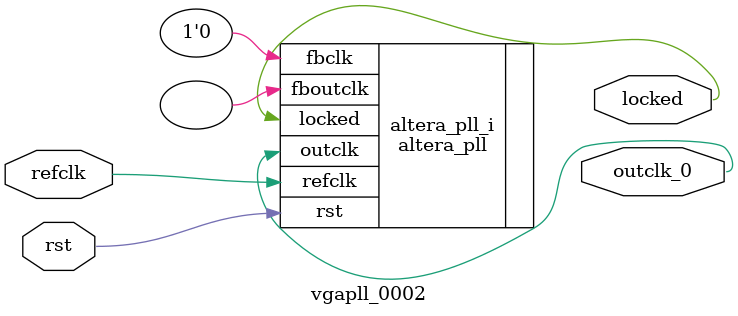
<source format=v>
`timescale 1ns/10ps
module  vgapll_0002(

	// interface 'refclk'
	input wire refclk,

	// interface 'reset'
	input wire rst,

	// interface 'outclk0'
	output wire outclk_0,

	// interface 'locked'
	output wire locked
);

	altera_pll #(
		.fractional_vco_multiplier("false"),
		.reference_clock_frequency("50.0 MHz"),
		.operation_mode("direct"),
		.number_of_clocks(1),
		.output_clock_frequency0("33.333333 MHz"),
		.phase_shift0("0 ps"),
		.duty_cycle0(50),
		.output_clock_frequency1("0 MHz"),
		.phase_shift1("0 ps"),
		.duty_cycle1(50),
		.output_clock_frequency2("0 MHz"),
		.phase_shift2("0 ps"),
		.duty_cycle2(50),
		.output_clock_frequency3("0 MHz"),
		.phase_shift3("0 ps"),
		.duty_cycle3(50),
		.output_clock_frequency4("0 MHz"),
		.phase_shift4("0 ps"),
		.duty_cycle4(50),
		.output_clock_frequency5("0 MHz"),
		.phase_shift5("0 ps"),
		.duty_cycle5(50),
		.output_clock_frequency6("0 MHz"),
		.phase_shift6("0 ps"),
		.duty_cycle6(50),
		.output_clock_frequency7("0 MHz"),
		.phase_shift7("0 ps"),
		.duty_cycle7(50),
		.output_clock_frequency8("0 MHz"),
		.phase_shift8("0 ps"),
		.duty_cycle8(50),
		.output_clock_frequency9("0 MHz"),
		.phase_shift9("0 ps"),
		.duty_cycle9(50),
		.output_clock_frequency10("0 MHz"),
		.phase_shift10("0 ps"),
		.duty_cycle10(50),
		.output_clock_frequency11("0 MHz"),
		.phase_shift11("0 ps"),
		.duty_cycle11(50),
		.output_clock_frequency12("0 MHz"),
		.phase_shift12("0 ps"),
		.duty_cycle12(50),
		.output_clock_frequency13("0 MHz"),
		.phase_shift13("0 ps"),
		.duty_cycle13(50),
		.output_clock_frequency14("0 MHz"),
		.phase_shift14("0 ps"),
		.duty_cycle14(50),
		.output_clock_frequency15("0 MHz"),
		.phase_shift15("0 ps"),
		.duty_cycle15(50),
		.output_clock_frequency16("0 MHz"),
		.phase_shift16("0 ps"),
		.duty_cycle16(50),
		.output_clock_frequency17("0 MHz"),
		.phase_shift17("0 ps"),
		.duty_cycle17(50),
		.pll_type("General"),
		.pll_subtype("General")
	) altera_pll_i (
		.rst	(rst),
		.outclk	({outclk_0}),
		.locked	(locked),
		.fboutclk	( ),
		.fbclk	(1'b0),
		.refclk	(refclk)
	);
endmodule


</source>
